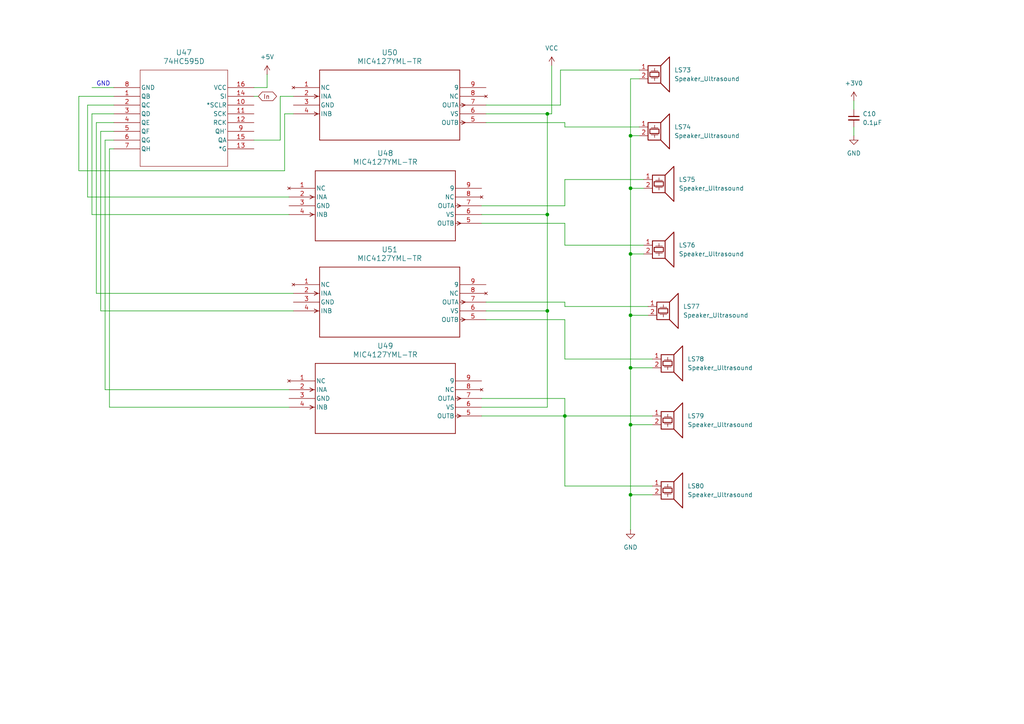
<source format=kicad_sch>
(kicad_sch (version 20250114) (generator "eeschema") (generator_version "9.0")
  (paper "A4")
  (lib_symbols
    (symbol "2025-12-28_09-02-17:MIC4127YML-TR" (pin_names (offset 0.254))
      (property "Reference" "U" (at 27.94 10.16 0))
      (property "Value" "MIC4127YML-TR" (at 27.94 7.62 0))
      (symbol "MIC4127YML-TR_0_1"
        (polyline (pts (xy 7.0993 -2.54) (xy 6.0579 -2.0193)) (stroke (width 0.2032)))
        (polyline (pts (xy 7.0993 -2.54) (xy 6.0579 -3.0607)) (stroke (width 0.2032)))
        (polyline (pts (xy 7.0993 -7.62) (xy 6.0579 -7.0993)) (stroke (width 0.2032)))
        (polyline (pts (xy 7.0993 -7.62) (xy 6.0579 -8.1407)) (stroke (width 0.2032)))
        (polyline (pts (xy 7.62 5.08) (xy 7.62 -15.24)) (stroke (width 0.2032)))
        (polyline (pts (xy 7.62 -15.24) (xy 48.26 -15.24)) (stroke (width 0.2032)))
        (polyline (pts (xy 48.26 5.08) (xy 7.62 5.08)) (stroke (width 0.2032)))
        (polyline (pts (xy 48.26 -15.24) (xy 48.26 5.08)) (stroke (width 0.2032)))
        (polyline (pts (xy 48.7807 -4.5593) (xy 49.8221 -5.08)) (stroke (width 0.2032)))
        (polyline (pts (xy 48.7807 -5.6007) (xy 49.8221 -5.08)) (stroke (width 0.2032)))
        (polyline (pts (xy 48.7807 -9.6393) (xy 49.8221 -10.16)) (stroke (width 0.2032)))
        (polyline (pts (xy 48.7807 -10.6807) (xy 49.8221 -10.16)) (stroke (width 0.2032)))
        (pin no_connect line (at 0 0 0) (length 7.62) (name "NC") (number "1"))
        (pin input line (at 0 -2.54 0) (length 7.62) (name "INA") (number "2"))
        (pin power_in line (at 0 -5.08 0) (length 7.62) (name "GND") (number "3"))
        (pin input line (at 0 -7.62 0) (length 7.62) (name "INB") (number "4"))
        (pin unspecified line (at 55.88 0 180) (length 7.62) (name "9") (number "9"))
        (pin no_connect line (at 55.88 -2.54 180) (length 7.62) (name "NC") (number "8"))
        (pin output line (at 55.88 -5.08 180) (length 7.62) (name "OUTA") (number "7"))
        (pin power_in line (at 55.88 -7.62 180) (length 7.62) (name "VS") (number "6"))
        (pin output line (at 55.88 -10.16 180) (length 7.62) (name "OUTB") (number "5"))
      )
    )
    (symbol "2025-12-28_09-22-42:74HC595D" (pin_names (offset 0.254))
      (property "Reference" "U" (at 20.32 10.16 0))
      (property "Value" "74HC595D" (at 20.32 7.62 0))
      (symbol "74HC595D_0_1"
        (polyline (pts (xy 7.62 5.08) (xy 7.62 -22.86)) (stroke (width 0.127)))
        (polyline (pts (xy 7.62 -22.86) (xy 33.02 -22.86)) (stroke (width 0.127)))
        (polyline (pts (xy 33.02 5.08) (xy 7.62 5.08)) (stroke (width 0.127)))
        (polyline (pts (xy 33.02 -22.86) (xy 33.02 5.08)) (stroke (width 0.127)))
        (pin power_out line (at 0 0 0) (length 7.62) (name "GND") (number "8"))
        (pin output line (at 0 -2.54 0) (length 7.62) (name "QB") (number "1"))
        (pin output line (at 0 -5.08 0) (length 7.62) (name "QC") (number "2"))
        (pin output line (at 0 -7.62 0) (length 7.62) (name "QD") (number "3"))
        (pin output line (at 0 -10.16 0) (length 7.62) (name "QE") (number "4"))
        (pin output line (at 0 -12.7 0) (length 7.62) (name "QF") (number "5"))
        (pin output line (at 0 -15.24 0) (length 7.62) (name "QG") (number "6"))
        (pin output line (at 0 -17.78 0) (length 7.62) (name "QH") (number "7"))
        (pin power_in line (at 40.64 0 180) (length 7.62) (name "VCC") (number "16"))
        (pin input line (at 40.64 -2.54 180) (length 7.62) (name "SI") (number "14"))
        (pin input line (at 40.64 -5.08 180) (length 7.62) (name "*SCLR") (number "10"))
        (pin input line (at 40.64 -7.62 180) (length 7.62) (name "SCK") (number "11"))
        (pin input line (at 40.64 -10.16 180) (length 7.62) (name "RCK") (number "12"))
        (pin output line (at 40.64 -12.7 180) (length 7.62) (name "QH'") (number "9"))
        (pin output line (at 40.64 -15.24 180) (length 7.62) (name "QA") (number "15"))
        (pin input line (at 40.64 -17.78 180) (length 7.62) (name "*G") (number "13"))
      )
    )
    (symbol "Device:C_Small" (pin_numbers (hide yes)) (pin_names (offset 0.254) (hide yes))
      (property "Reference" "C" (at 0.254 1.778 0))
      (property "Value" "C_Small" (at 0.254 -2.032 0))
      (symbol "C_Small_0_1"
        (polyline (pts (xy -1.524 0.508) (xy 1.524 0.508)) (stroke (width 0.3048)))
        (polyline (pts (xy -1.524 -0.508) (xy 1.524 -0.508)) (stroke (width 0.3302)))
      )
      (symbol "C_Small_1_1"
        (pin passive line (at 0 2.54 270) (length 2.032) (name "~") (number "1"))
        (pin passive line (at 0 -2.54 90) (length 2.032) (name "~") (number "2"))
      )
    )
    (symbol "Device:Speaker_Ultrasound" (pin_names (offset 0) (hide yes))
      (property "Reference" "LS" (at 0.635 5.715 0))
      (property "Value" "Speaker_Ultrasound" (at 0.635 3.81 0))
      (symbol "Speaker_Ultrasound_0_0"
        (rectangle (start -2.54 1.27) (end 1.143 -3.81) (stroke (width 0.254)))
        (rectangle (start -2.032 -0.635) (end 0.635 -1.905) (stroke (width 0.254)))
        (polyline (pts (xy -1.651 -0.254) (xy 0.381 -0.254)))
        (polyline (pts (xy -1.651 -2.286) (xy 0.381 -2.286)))
        (polyline (pts (xy -0.635 -0.254) (xy -0.635 0.508)))
        (polyline (pts (xy -0.635 -2.286) (xy -0.635 -3.048)))
        (polyline (pts (xy 1.143 1.27) (xy 3.683 3.81) (xy 3.683 -6.35) (xy 1.143 -3.81)) (stroke (width 0.254)))
      )
      (symbol "Speaker_Ultrasound_1_1"
        (pin input line (at -5.08 0 0) (length 2.54) (name "1") (number "1"))
        (pin input line (at -5.08 -2.54 0) (length 2.54) (name "2") (number "2"))
      )
    )
    (symbol "power:+3V0" (power) (pin_numbers (hide yes)) (pin_names (offset 0) (hide yes))
      (property "Value" "+3V0" (at 0 3.556 0))
      (symbol "+3V0_0_1"
        (polyline (pts (xy -0.762 1.27) (xy 0 2.54)))
        (polyline (pts (xy 0 2.54) (xy 0.762 1.27)))
        (polyline (pts (xy 0 0) (xy 0 2.54)))
      )
      (symbol "+3V0_1_1"
        (pin power_in line (at 0 0 90) (length 0) (name "~") (number "1"))
      )
    )
    (symbol "power:+5V" (power) (pin_numbers (hide yes)) (pin_names (offset 0) (hide yes))
      (property "Value" "+5V" (at 0 3.556 0))
      (symbol "+5V_0_1"
        (polyline (pts (xy -0.762 1.27) (xy 0 2.54)))
        (polyline (pts (xy 0 2.54) (xy 0.762 1.27)))
        (polyline (pts (xy 0 0) (xy 0 2.54)))
      )
      (symbol "+5V_1_1"
        (pin power_in line (at 0 0 90) (length 0) (name "~") (number "1"))
      )
    )
    (symbol "power:GND" (power) (pin_numbers (hide yes)) (pin_names (offset 0) (hide yes))
      (property "Value" "GND" (at 0 -3.81 0))
      (symbol "GND_0_1"
        (polyline (pts (xy 0 0) (xy 0 -1.27) (xy 1.27 -1.27) (xy 0 -2.54) (xy -1.27 -1.27) (xy 0 -1.27)))
      )
      (symbol "GND_1_1"
        (pin power_in line (at 0 0 270) (length 0) (name "~") (number "1"))
      )
    )
    (symbol "power:VCC" (power) (pin_numbers (hide yes)) (pin_names (offset 0) (hide yes))
      (property "Value" "VCC" (at 0 3.556 0))
      (symbol "VCC_0_1"
        (polyline (pts (xy -0.762 1.27) (xy 0 2.54)))
        (polyline (pts (xy 0 2.54) (xy 0.762 1.27)))
        (polyline (pts (xy 0 0) (xy 0 2.54)))
      )
      (symbol "VCC_1_1"
        (pin power_in line (at 0 0 90) (length 0) (name "~") (number "1"))
      )
    )
  )
  (text "GND" (at 29.972 24.384 0) (effects (font (size 1.27 1.27))))
  (junction (at 182.88 54.61))
  (junction (at 182.88 106.68))
  (junction (at 158.75 62.23))
  (junction (at 158.75 90.17))
  (junction (at 182.88 39.37))
  (junction (at 158.75 33.02))
  (junction (at 163.83 120.65))
  (junction (at 182.88 143.51))
  (junction (at 182.88 91.44))
  (junction (at 182.88 73.66))
  (junction (at 182.88 123.19))
  (wire (pts (xy 139.7 118.11) (xy 158.75 118.11)))
  (wire (pts (xy 29.21 38.1) (xy 29.21 90.17)))
  (wire (pts (xy 163.83 35.56) (xy 163.83 36.83)))
  (wire (pts (xy 26.67 62.23) (xy 83.82 62.23)))
  (wire (pts (xy 140.97 87.63) (xy 163.83 87.63)))
  (wire (pts (xy 182.88 91.44) (xy 182.88 106.68)))
  (wire (pts (xy 163.83 104.14) (xy 189.23 104.14)))
  (wire (pts (xy 26.67 33.02) (xy 26.67 62.23)))
  (wire (pts (xy 182.88 123.19) (xy 182.88 143.51)))
  (wire (pts (xy 33.02 33.02) (xy 26.67 33.02)))
  (wire (pts (xy 163.83 52.07) (xy 186.69 52.07)))
  (wire (pts (xy 77.47 21.59) (xy 77.47 25.4)))
  (wire (pts (xy 162.56 30.48) (xy 162.56 20.32)))
  (wire (pts (xy 140.97 90.17) (xy 158.75 90.17)))
  (wire (pts (xy 163.83 88.9) (xy 187.96 88.9)))
  (wire (pts (xy 33.02 43.18) (xy 31.75 43.18)))
  (wire (pts (xy 182.88 22.86) (xy 182.88 39.37)))
  (wire (pts (xy 25.4 30.48) (xy 25.4 57.15)))
  (wire (pts (xy 182.88 73.66) (xy 182.88 91.44)))
  (wire (pts (xy 158.75 33.02) (xy 160.02 33.02)))
  (wire (pts (xy 163.83 115.57) (xy 163.83 120.65)))
  (wire (pts (xy 163.83 87.63) (xy 163.83 88.9)))
  (wire (pts (xy 163.83 120.65) (xy 163.83 140.97)))
  (wire (pts (xy 163.83 36.83) (xy 185.42 36.83)))
  (wire (pts (xy 33.02 35.56) (xy 27.94 35.56)))
  (wire (pts (xy 140.97 33.02) (xy 158.75 33.02)))
  (wire (pts (xy 29.21 90.17) (xy 85.09 90.17)))
  (wire (pts (xy 26.67 25.4) (xy 33.02 25.4)))
  (wire (pts (xy 139.7 120.65) (xy 163.83 120.65)))
  (wire (pts (xy 140.97 35.56) (xy 163.83 35.56)))
  (wire (pts (xy 182.88 39.37) (xy 182.88 54.61)))
  (wire (pts (xy 163.83 120.65) (xy 189.23 120.65)))
  (wire (pts (xy 158.75 33.02) (xy 158.75 62.23)))
  (wire (pts (xy 160.02 19.05) (xy 160.02 33.02)))
  (wire (pts (xy 163.83 71.12) (xy 186.69 71.12)))
  (wire (pts (xy 182.88 91.44) (xy 187.96 91.44)))
  (wire (pts (xy 73.66 25.4) (xy 77.47 25.4)))
  (wire (pts (xy 139.7 64.77) (xy 163.83 64.77)))
  (wire (pts (xy 139.7 62.23) (xy 158.75 62.23)))
  (wire (pts (xy 22.86 49.53) (xy 82.55 49.53)))
  (wire (pts (xy 182.88 73.66) (xy 186.69 73.66)))
  (wire (pts (xy 31.75 43.18) (xy 31.75 118.11)))
  (wire (pts (xy 30.48 40.64) (xy 30.48 113.03)))
  (wire (pts (xy 182.88 143.51) (xy 182.88 153.67)))
  (wire (pts (xy 182.88 106.68) (xy 182.88 123.19)))
  (wire (pts (xy 182.88 39.37) (xy 185.42 39.37)))
  (wire (pts (xy 182.88 123.19) (xy 189.23 123.19)))
  (wire (pts (xy 139.7 115.57) (xy 163.83 115.57)))
  (wire (pts (xy 158.75 62.23) (xy 158.75 90.17)))
  (wire (pts (xy 247.65 36.83) (xy 247.65 39.37)))
  (wire (pts (xy 163.83 64.77) (xy 163.83 71.12)))
  (wire (pts (xy 163.83 92.71) (xy 163.83 104.14)))
  (wire (pts (xy 158.75 90.17) (xy 158.75 118.11)))
  (wire (pts (xy 33.02 40.64) (xy 30.48 40.64)))
  (wire (pts (xy 82.55 49.53) (xy 82.55 33.02)))
  (wire (pts (xy 25.4 57.15) (xy 83.82 57.15)))
  (wire (pts (xy 139.7 59.69) (xy 163.83 59.69)))
  (wire (pts (xy 22.86 27.94) (xy 22.86 49.53)))
  (wire (pts (xy 182.88 106.68) (xy 189.23 106.68)))
  (wire (pts (xy 30.48 113.03) (xy 83.82 113.03)))
  (wire (pts (xy 33.02 30.48) (xy 25.4 30.48)))
  (wire (pts (xy 185.42 22.86) (xy 182.88 22.86)))
  (wire (pts (xy 163.83 140.97) (xy 189.23 140.97)))
  (wire (pts (xy 140.97 30.48) (xy 162.56 30.48)))
  (wire (pts (xy 33.02 38.1) (xy 29.21 38.1)))
  (wire (pts (xy 162.56 20.32) (xy 185.42 20.32)))
  (wire (pts (xy 27.94 35.56) (xy 27.94 85.09)))
  (wire (pts (xy 163.83 59.69) (xy 163.83 52.07)))
  (wire (pts (xy 140.97 92.71) (xy 163.83 92.71)))
  (wire (pts (xy 182.88 54.61) (xy 182.88 73.66)))
  (wire (pts (xy 182.88 54.61) (xy 186.69 54.61)))
  (wire (pts (xy 31.75 118.11) (xy 83.82 118.11)))
  (wire (pts (xy 73.66 40.64) (xy 81.28 40.64)))
  (wire (pts (xy 81.28 27.94) (xy 85.09 27.94)))
  (wire (pts (xy 189.23 143.51) (xy 182.88 143.51)))
  (wire (pts (xy 247.65 29.21) (xy 247.65 31.75)))
  (wire (pts (xy 81.28 40.64) (xy 81.28 27.94)))
  (wire (pts (xy 27.94 85.09) (xy 85.09 85.09)))
  (wire (pts (xy 33.02 27.94) (xy 22.86 27.94)))
  (wire (pts (xy 82.55 33.02) (xy 85.09 33.02)))
  (wire (pts (xy 73.66 27.94) (xy 74.93 27.94)))
  (global_label "In" (shape bidirectional) (at 74.93 27.94 0) (property "Intersheetrefs" "${INTERSHEET_REFS}" (effects (hide yes))))
  (symbol (lib_id "power:VCC") (at 160.02 19.05 0) (unit 1)
    (property "Reference" "#PWR047" (effects (hide yes)))
    (property "Value" "VCC" (at 160.02 13.97 0))
    (property "Description" "Power symbol creates a global label with name \"VCC\"" (effects (hide yes)))
  )
  (symbol (lib_id "2025-12-28_09-02-17:MIC4127YML-TR") (at 83.82 54.61 0) (unit 1)
    (property "Reference" "U48" (at 111.76 44.45 0) (effects (font (size 1.524 1.524))))
    (property "Value" "MIC4127YML-TR" (at 111.76 46.99 0) (effects (font (size 1.524 1.524))))
    (property "Footprint" "MLF-8_ML_MCH" (effects (hide yes)))
    (property "Datasheet" "MIC4127YML-TR" (effects (hide yes)))
  )
  (symbol (lib_id "Device:Speaker_Ultrasound") (at 194.31 104.14 0) (unit 1)
    (property "Reference" "LS78" (at 199.39 104.1399 0) (effects (justify left)))
    (property "Value" "Speaker_Ultrasound" (at 199.39 106.6799 0) (effects (justify left)))
    (property "Description" "Ultrasonic transducer" (effects (hide yes)))
  )
  (symbol (lib_id "Device:Speaker_Ultrasound") (at 194.31 140.97 0) (unit 1)
    (property "Reference" "LS80" (at 199.39 140.9699 0) (effects (justify left)))
    (property "Value" "Speaker_Ultrasound" (at 199.39 143.5099 0) (effects (justify left)))
    (property "Description" "Ultrasonic transducer" (effects (hide yes)))
  )
  (symbol (lib_id "Device:Speaker_Ultrasound") (at 191.77 52.07 0) (unit 1)
    (property "Reference" "LS75" (at 196.85 52.0699 0) (effects (justify left)))
    (property "Value" "Speaker_Ultrasound" (at 196.85 54.6099 0) (effects (justify left)))
    (property "Description" "Ultrasonic transducer" (effects (hide yes)))
  )
  (symbol (lib_id "Device:Speaker_Ultrasound") (at 191.77 71.12 0) (unit 1)
    (property "Reference" "LS76" (at 196.85 71.1199 0) (effects (justify left)))
    (property "Value" "Speaker_Ultrasound" (at 196.85 73.6599 0) (effects (justify left)))
    (property "Description" "Ultrasonic transducer" (effects (hide yes)))
  )
  (symbol (lib_id "power:+5V") (at 77.47 21.59 0) (unit 1)
    (property "Reference" "#PWR046" (effects (hide yes)))
    (property "Value" "+5V" (at 77.47 16.51 0))
    (property "Description" "Power symbol creates a global label with name \"+5V\"" (effects (hide yes)))
  )
  (symbol (lib_id "Device:Speaker_Ultrasound") (at 193.04 88.9 0) (unit 1)
    (property "Reference" "LS77" (at 198.12 88.8999 0) (effects (justify left)))
    (property "Value" "Speaker_Ultrasound" (at 198.12 91.4399 0) (effects (justify left)))
    (property "Description" "Ultrasonic transducer" (effects (hide yes)))
  )
  (symbol (lib_id "power:+3V0") (at 247.65 29.21 0) (unit 1)
    (property "Reference" "#PWR049" (effects (hide yes)))
    (property "Value" "+3V0" (at 247.65 24.13 0))
    (property "Description" "Power symbol creates a global label with name \"+3V0\"" (effects (hide yes)))
  )
  (symbol (lib_id "Device:C_Small") (at 247.65 34.29 0) (unit 1)
    (property "Reference" "C10" (at 250.19 33.0262 0) (effects (justify left)))
    (property "Value" "0.1μF" (at 250.19 35.5662 0) (effects (justify left)))
    (property "Description" "Unpolarized capacitor, small symbol" (effects (hide yes)))
  )
  (symbol (lib_id "2025-12-28_09-02-17:MIC4127YML-TR") (at 85.09 82.55 0) (unit 1)
    (property "Reference" "U51" (at 113.03 72.39 0) (effects (font (size 1.524 1.524))))
    (property "Value" "MIC4127YML-TR" (at 113.03 74.93 0) (effects (font (size 1.524 1.524))))
    (property "Footprint" "MLF-8_ML_MCH" (effects (hide yes)))
    (property "Datasheet" "MIC4127YML-TR" (effects (hide yes)))
  )
  (symbol (lib_id "power:GND") (at 247.65 39.37 0) (unit 1)
    (property "Reference" "#PWR050" (effects (hide yes)))
    (property "Value" "GND" (at 247.65 44.45 0))
    (property "Description" "Power symbol creates a global label with name \"GND\" , ground" (effects (hide yes)))
  )
  (symbol (lib_id "2025-12-28_09-22-42:74HC595D") (at 33.02 25.4 0) (unit 1)
    (property "Reference" "U47" (at 53.34 15.24 0) (effects (font (size 1.524 1.524))))
    (property "Value" "74HC595D" (at 53.34 17.78 0) (effects (font (size 1.524 1.524))))
    (property "Footprint" "SOIC16_TOS" (effects (hide yes)))
    (property "Datasheet" "https://toshiba.semicon-storage.com/info/docget.jsp?did=36768&prodName=74HC595D" (effects (hide yes)))
  )
  (symbol (lib_id "2025-12-28_09-02-17:MIC4127YML-TR") (at 85.09 25.4 0) (unit 1)
    (property "Reference" "U50" (at 113.03 15.24 0) (effects (font (size 1.524 1.524))))
    (property "Value" "MIC4127YML-TR" (at 113.03 17.78 0) (effects (font (size 1.524 1.524))))
    (property "Footprint" "MLF-8_ML_MCH" (effects (hide yes)))
    (property "Datasheet" "MIC4127YML-TR" (effects (hide yes)))
  )
  (symbol (lib_id "2025-12-28_09-02-17:MIC4127YML-TR") (at 83.82 110.49 0) (unit 1)
    (property "Reference" "U49" (at 111.76 100.33 0) (effects (font (size 1.524 1.524))))
    (property "Value" "MIC4127YML-TR" (at 111.76 102.87 0) (effects (font (size 1.524 1.524))))
    (property "Footprint" "MLF-8_ML_MCH" (effects (hide yes)))
    (property "Datasheet" "MIC4127YML-TR" (effects (hide yes)))
  )
  (symbol (lib_id "Device:Speaker_Ultrasound") (at 190.5 36.83 0) (unit 1)
    (property "Reference" "LS74" (at 195.58 36.8299 0) (effects (justify left)))
    (property "Value" "Speaker_Ultrasound" (at 195.58 39.3699 0) (effects (justify left)))
    (property "Description" "Ultrasonic transducer" (effects (hide yes)))
  )
  (symbol (lib_id "Device:Speaker_Ultrasound") (at 194.31 120.65 0) (unit 1)
    (property "Reference" "LS79" (at 199.39 120.6499 0) (effects (justify left)))
    (property "Value" "Speaker_Ultrasound" (at 199.39 123.1899 0) (effects (justify left)))
    (property "Description" "Ultrasonic transducer" (effects (hide yes)))
  )
  (symbol (lib_id "Device:Speaker_Ultrasound") (at 190.5 20.32 0) (unit 1)
    (property "Reference" "LS73" (at 195.58 20.3199 0) (effects (justify left)))
    (property "Value" "Speaker_Ultrasound" (at 195.58 22.8599 0) (effects (justify left)))
    (property "Description" "Ultrasonic transducer" (effects (hide yes)))
  )
  (symbol (lib_id "power:GND") (at 182.88 153.67 0) (unit 1)
    (property "Reference" "#PWR048" (effects (hide yes)))
    (property "Value" "GND" (at 182.88 158.75 0))
    (property "Description" "Power symbol creates a global label with name \"GND\" , ground" (effects (hide yes)))
  )
)
</source>
